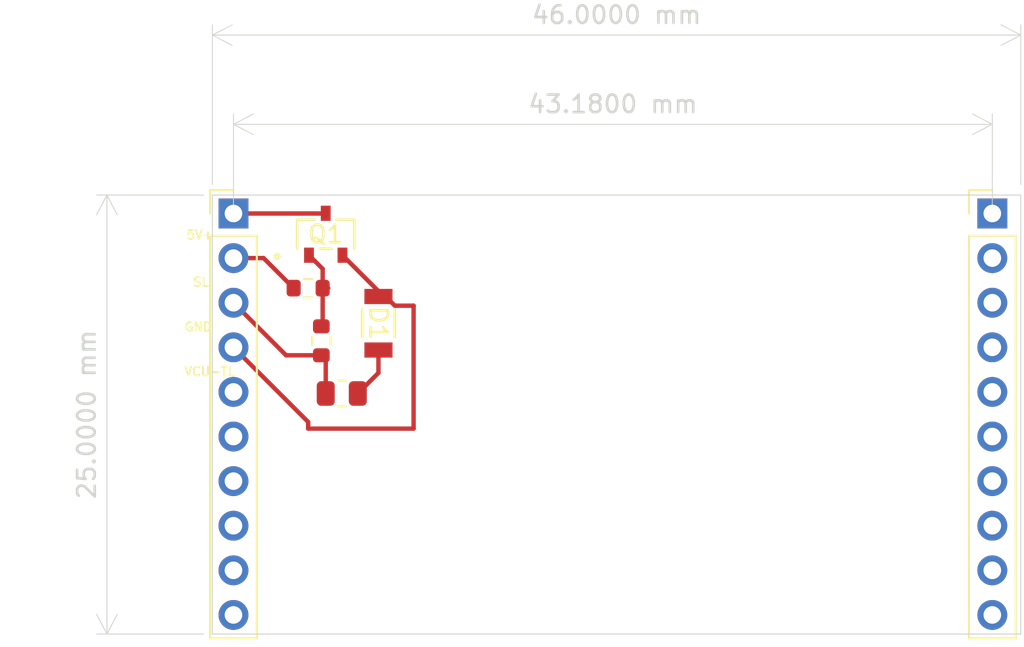
<source format=kicad_pcb>
(kicad_pcb (version 20240108) (generator "pcbnew") (generator_version "8.0")
  (layers (0 "F.Cu" signal) (31 "B.Cu" signal) (34 "B.Paste" user) (35 "F.Paste" user) (36 "B.SilkS" user "B.Silkscreen") (37 "F.SilkS" user "F.Silkscreen") (38 "B.Mask" user) (39 "F.Mask" user) (44 "Edge.Cuts" user))
  (net 0 "")
  (net 7 "Net-(D1-A)")
  (net 8 "Net-(D1-K)")
  (net 9 "Net-(J1-Pad3)")
  (net 10 "Net-(Q1-D)")
  (net 11 "Net-(J1-Pad2)")
  (net 12 "Net-(Q1-G)")
  (footprint "Connector_PinHeader_2.54mm:PinHeader_1x10_P2.54mm_Vertical" (layer "F.Cu") (at 50.8 25.4)
    (property "Reference" "J1" (hide yes))
    (property "Value" "PH1-10-UA" (hide yes))
    (fp_line (start -1.33 -1.33) (end 0 -1.33) (stroke (width 0.12)) (layer "F.SilkS"))
    (fp_line (start -1.33 0) (end -1.33 -1.33) (stroke (width 0.12)) (layer "F.SilkS"))
    (fp_line (start -1.33 1.27) (end -1.33 24.19) (stroke (width 0.12)) (layer "F.SilkS"))
    (fp_line (start -1.33 1.27) (end 1.33 1.27) (stroke (width 0.12)) (layer "F.SilkS"))
    (fp_line (start -1.33 24.19) (end 1.33 24.19) (stroke (width 0.12)) (layer "F.SilkS"))
    (fp_line (start 1.33 1.27) (end 1.33 24.19) (stroke (width 0.12)) (layer "F.SilkS"))
    (pad "1" thru_hole rect (at 0 0) (size 1.7 1.7) (drill 1) (layers "*.Cu" "*.Mask") (net 10 "Net-(Q1-D)"))
    (pad "2" thru_hole oval (at 0 2.54) (size 1.7 1.7) (drill 1) (layers "*.Cu" "*.Mask") (net 11 "Net-(J1-Pad2)"))
    (pad "3" thru_hole oval (at 0 5.08) (size 1.7 1.7) (drill 1) (layers "*.Cu" "*.Mask") (net 9 "Net-(J1-Pad3)"))
    (pad "4" thru_hole oval (at 0 7.62) (size 1.7 1.7) (drill 1) (layers "*.Cu" "*.Mask") (net 7 "Net-(D1-A)"))
    (pad "5" thru_hole oval (at 0 10.16) (size 1.7 1.7) (drill 1) (layers "*.Cu" "*.Mask"))
    (pad "6" thru_hole oval (at 0 12.7) (size 1.7 1.7) (drill 1) (layers "*.Cu" "*.Mask"))
    (pad "7" thru_hole oval (at 0 15.24) (size 1.7 1.7) (drill 1) (layers "*.Cu" "*.Mask"))
    (pad "8" thru_hole oval (at 0 17.78) (size 1.7 1.7) (drill 1) (layers "*.Cu" "*.Mask"))
    (pad "9" thru_hole oval (at 0 20.32) (size 1.7 1.7) (drill 1) (layers "*.Cu" "*.Mask"))
    (pad "10" thru_hole oval (at 0 22.86) (size 1.7 1.7) (drill 1) (layers "*.Cu" "*.Mask"))
  )
  (footprint "Resistor_SMD:R_0603_1608Metric" (layer "F.Cu") (at 55.05 29.65)
    (property "Reference" "R2" (hide yes))
    (property "Value" "10k")
    (fp_line (start -0.237258 -0.5225) (end 0.237258 -0.5225) (stroke (width 0.12)) (layer "F.SilkS"))
    (fp_line (start -0.237258 0.5225) (end 0.237258 0.5225) (stroke (width 0.12)) (layer "F.SilkS"))
    (pad "1" smd roundrect (at -0.825 0) (size 0.8 0.95) (layers "F.Cu" "F.Paste" "F.Mask") (net 11 "Net-(J1-Pad2)"))
    (pad "2" smd roundrect (at 0.825 0) (size 0.8 0.95) (layers "F.Cu" "F.Paste" "F.Mask") (net 12 "Net-(Q1-G)"))
  )
  (footprint "LED:LED_AP3216SYD_KNB" (layer "F.Cu") (at 59.05 31.65 -90)
    (property "Reference" "D1" (at 0 0 -90) (layer "F.SilkS"))
    (property "Value" "LED (Test)")
    (fp_line (start -0.78465 0.9271) (end 0.78465 0.9271) (stroke (width 0.1524)) (layer "F.SilkS"))
    (fp_line (start 0.78465 -0.9271) (end -0.78465 -0.9271) (stroke (width 0.1524)) (layer "F.SilkS"))
    (pad "1" smd rect (at -1.524 0 270) (size 0.8636 1.6002) (layers "F.Cu" "F.Paste" "F.Mask") (net 8 "Net-(D1-K)"))
    (pad "2" smd rect (at 1.524 0 270) (size 0.8636 1.6002) (layers "F.Cu" "F.Paste" "F.Mask") (net 7 "Net-(D1-A)"))
  )
  (footprint "Connector_PinHeader_2.54mm:PinHeader_1x10_P2.54mm_Vertical" (layer "F.Cu") (at 93.98 25.4)
    (property "Reference" "J1" (hide yes))
    (property "Value" "PH1-10-UA" (hide yes))
    (fp_line (start -1.33 -1.33) (end 0 -1.33) (stroke (width 0.12)) (layer "F.SilkS"))
    (fp_line (start -1.33 0) (end -1.33 -1.33) (stroke (width 0.12)) (layer "F.SilkS"))
    (fp_line (start -1.33 1.27) (end -1.33 24.19) (stroke (width 0.12)) (layer "F.SilkS"))
    (fp_line (start -1.33 1.27) (end 1.33 1.27) (stroke (width 0.12)) (layer "F.SilkS"))
    (fp_line (start -1.33 24.19) (end 1.33 24.19) (stroke (width 0.12)) (layer "F.SilkS"))
    (fp_line (start 1.33 1.27) (end 1.33 24.19) (stroke (width 0.12)) (layer "F.SilkS"))
    (pad "1" thru_hole rect (at 0 0) (size 1.7 1.7) (drill 1) (layers "*.Cu" "*.Mask"))
    (pad "2" thru_hole oval (at 0 2.54) (size 1.7 1.7) (drill 1) (layers "*.Cu" "*.Mask"))
    (pad "3" thru_hole oval (at 0 5.08) (size 1.7 1.7) (drill 1) (layers "*.Cu" "*.Mask"))
    (pad "4" thru_hole oval (at 0 7.62) (size 1.7 1.7) (drill 1) (layers "*.Cu" "*.Mask"))
    (pad "5" thru_hole oval (at 0 10.16) (size 1.7 1.7) (drill 1) (layers "*.Cu" "*.Mask"))
    (pad "6" thru_hole oval (at 0 12.7) (size 1.7 1.7) (drill 1) (layers "*.Cu" "*.Mask"))
    (pad "7" thru_hole oval (at 0 15.24) (size 1.7 1.7) (drill 1) (layers "*.Cu" "*.Mask"))
    (pad "8" thru_hole oval (at 0 17.78) (size 1.7 1.7) (drill 1) (layers "*.Cu" "*.Mask"))
    (pad "9" thru_hole oval (at 0 20.32) (size 1.7 1.7) (drill 1) (layers "*.Cu" "*.Mask"))
    (pad "10" thru_hole oval (at 0 22.86) (size 1.7 1.7) (drill 1) (layers "*.Cu" "*.Mask"))
  )
  (footprint "Resistor_SMD:R_0805_2012Metric" (layer "F.Cu") (at 56.9625 35.65)
    (property "Reference" "R1" (hide yes))
    (property "Value" "150R")
    (fp_line (start -0.227064 -0.735) (end 0.227064 -0.735) (stroke (width 0.12)) (layer "F.SilkS"))
    (fp_line (start -0.227064 0.735) (end 0.227064 0.735) (stroke (width 0.12)) (layer "F.SilkS"))
    (pad "1" smd roundrect (at -0.9125 0) (size 1.025 1.4) (layers "F.Cu" "F.Paste" "F.Mask") (roundrect_rratio 0.243902) (net 9 "Net-(J1-Pad3)"))
    (pad "2" smd roundrect (at 0.9125 0) (size 1.025 1.4) (layers "F.Cu" "F.Paste" "F.Mask") (roundrect_rratio 0.243902) (net 8 "Net-(D1-K)"))
  )
  (footprint "SOC:SOT23_INF" (layer "F.Cu") (at 56.05 26.58)
    (property "Reference" "Q1" (at 0 0 0) (layer "F.SilkS"))
    (property "Value" "AON6411")
    (fp_line (start -1.6256 -0.8255) (end -1.6256 0.8255) (stroke (width 0.1524)) (layer "F.SilkS"))
    (fp_line (start -0.61214 -0.8255) (end -1.6256 -0.8255) (stroke (width 0.1524)) (layer "F.SilkS"))
    (fp_line (start -0.34036 0.8255) (end 0.34036 0.8255) (stroke (width 0.1524)) (layer "F.SilkS"))
    (fp_line (start 1.6256 -0.8255) (end 0.61214 -0.8255) (stroke (width 0.1524)) (layer "F.SilkS"))
    (fp_line (start 1.6256 0.8255) (end 1.6256 -0.8255) (stroke (width 0.1524)) (layer "F.SilkS"))
    (fp_circle (center -2.7686 1.27) (end -2.6416 1.27) (stroke (width 0.1524)) (fill none) (layer "F.SilkS"))
    (pad "1" smd rect (at -0.9525 1.1938) (size 0.5588 0.8636) (layers "F.Cu" "F.Paste" "F.Mask") (net 7 "Net-(D1-A)"))
    (pad "2" smd rect (at 0.9525 1.1938) (size 0.5588 0.8636) (layers "F.Cu" "F.Paste" "F.Mask") (net 7 "Net-(D1-A)"))
    (pad "3" smd rect (at 0 -1.1938) (size 0.5588 0.8636) (layers "F.Cu" "F.Paste" "F.Mask") (net 7 "Net-(D1-A)"))
  )
  (footprint "Resistor_SMD:R_0603_1608Metric" (layer "F.Cu") (at 55.8 32.65 90)
    (property "Reference" "R3" (hide yes))
    (property "Value" "10k")
    (fp_line (start -0.237258 -0.5225) (end 0.237258 -0.5225) (stroke (width 0.12)) (layer "F.SilkS"))
    (fp_line (start -0.237258 0.5225) (end 0.237258 0.5225) (stroke (width 0.12)) (layer "F.SilkS"))
    (pad "1" smd roundrect (at -0.825 0 90) (size 0.8 0.95) (layers "F.Cu" "F.Paste" "F.Mask") (net 9 "Net-(J1-Pad3)"))
    (pad "2" smd roundrect (at 0.825 0 90) (size 0.8 0.95) (layers "F.Cu" "F.Paste" "F.Mask") (net 12 "Net-(Q1-G)"))
  )
  (gr_rect (start 49.6 24.35) (end 95.6 49.35) (stroke (width 0.054)) (fill none) (layer "Edge.Cuts"))
  (gr_text "SL\n\n" (at 48.44 30.4 0) (layer "F.SilkS") (effects (font (size 0.5 0.5) (thickness 0.1)) (justify left bottom)))
  (gr_text "GND\n" (at 47.96 32.15 0) (layer "F.SilkS") (effects (font (size 0.5 0.5) (thickness 0.1)) (justify left bottom)))
  (gr_text "5V+" (at 48.07 26.91 0) (layer "F.SilkS") (effects (font (size 0.5 0.5) (thickness 0.1)) (justify left bottom)))
  (gr_text "VCU-TL\n" (at 47.95 34.69 0) (layer "F.SilkS") (effects (font (size 0.5 0.5) (thickness 0.1)) (justify left bottom)))
  (dimension (type aligned) (layer "Edge.Cuts") (pts (xy 93.98 25.4) (xy 50.8 25.4)) (height 5.079999) (gr_text "43.1800 mm" (at 72.39 19.170001 0) (layer "Edge.Cuts") (effects (font (size 1 1) (thickness 0.15)))) (format (prefix "") (suffix "") (units 3) (units_format 1) (precision 4)) (style (thickness 0.05) (arrow_length 1.27) (text_position_mode 0) (extension_height 0.58642) (extension_offset 0.5) keep_text_aligned))
  (dimension (type aligned) (layer "Edge.Cuts") (pts (xy 49.6 49.35) (xy 49.6 24.35)) (height -6) (gr_text "25.0000 mm" (at 42.45 36.85 90) (layer "Edge.Cuts") (effects (font (size 1 1) (thickness 0.15)))) (format (prefix "") (suffix "") (units 3) (units_format 1) (precision 4)) (style (thickness 0.05) (arrow_length 1.27) (text_position_mode 0) (extension_height 0.58642) (extension_offset 0.5) keep_text_aligned))
  (dimension (type aligned) (layer "Edge.Cuts") (pts (xy 49.6 24.25) (xy 95.6 24.25)) (height -9.01) (gr_text "46.0000 mm" (at 72.6 14.09 0) (layer "Edge.Cuts") (effects (font (size 1 1) (thickness 0.15)))) (format (prefix "") (suffix "") (units 3) (units_format 1) (precision 4)) (style (thickness 0.05) (arrow_length 1.27) (text_position_mode 0) (extension_height 0.58642) (extension_offset 0.5) keep_text_aligned))
  (segment (start 55.05 37.27) (end 50.8 33.02) (width 0.25) (layer "F.Cu") (net 0))
  (segment (start 55.875 28.5513) (end 55.0975 27.7738) (width 0.25) (layer "F.Cu") (net 0))
  (segment (start 59.05 30.126) (end 59.458122 30.126) (width 0.2) (layer "F.Cu") (net 0))
  (segment (start 55.05 37.65) (end 55.05 37.27) (width 0.25) (layer "F.Cu") (net 0))
  (segment (start 56.0362 25.4) (end 56.05 25.3862) (width 0.2) (layer "F.Cu") (net 0))
  (segment (start 50.8138 25.3862) (end 50.8 25.4) (width 0.2) (layer "F.Cu") (net 0))
  (segment (start 59.05 33.174) (end 59.05 34.475) (width 0.25) (layer "F.Cu") (net 0))
  (segment (start 50.8 25.4) (end 56.0362 25.4) (width 0.25) (layer "F.Cu") (net 0))
  (segment (start 57.0025 27.7738) (end 59.05 29.8213) (width 0.25) (layer "F.Cu") (net 0))
  (segment (start 55.875 31.75) (end 55.8 31.825) (width 0.2) (layer "F.Cu") (net 0))
  (segment (start 55.875 29.65) (end 55.875 28.5513) (width 0.25) (layer "F.Cu") (net 0))
  (segment (start 59.458122 30.126) (end 59.982122 30.65) (width 0.25) (layer "F.Cu") (net 0))
  (segment (start 55.875 29.65) (end 55.875 31.75) (width 0.25) (layer "F.Cu") (net 0))
  (segment (start 59.05 29.8213) (end 59.05 30.126) (width 0.2) (layer "F.Cu") (net 0))
  (segment (start 59.05 34.475) (end 57.875 35.65) (width 0.25) (layer "F.Cu") (net 0))
  (segment (start 61.05 30.65) (end 61.05 37.65) (width 0.25) (layer "F.Cu") (net 0))
  (segment (start 58.05 35.475) (end 58.225 35.65) (width 0.2) (layer "F.Cu") (net 0))
  (segment (start 55.875 29.65) (end 56.2213 29.65) (width 0.2) (layer "F.Cu") (net 0))
  (segment (start 61.05 37.65) (end 55.05 37.65) (width 0.25) (layer "F.Cu") (net 0))
  (segment (start 59.982122 30.65) (end 61.05 30.65) (width 0.25) (layer "F.Cu") (net 0))
  (segment (start 53.795 33.475) (end 50.8 30.48) (width 0.25) (layer "F.Cu") (net 9))
  (segment (start 56.05 35.65) (end 56.05 33.725) (width 0.25) (layer "F.Cu") (net 9))
  (segment (start 56.05 33.725) (end 55.8 33.475) (width 0.2) (layer "F.Cu") (net 9))
  (segment (start 55.8 33.475) (end 53.795 33.475) (width 0.25) (layer "F.Cu") (net 9))
  (segment (start 52.515 27.94) (end 54.225 29.65) (width 0.25) (layer "F.Cu") (net 11))
  (segment (start 50.8 27.94) (end 52.515 27.94) (width 0.25) (layer "F.Cu") (net 11))
)
</source>
